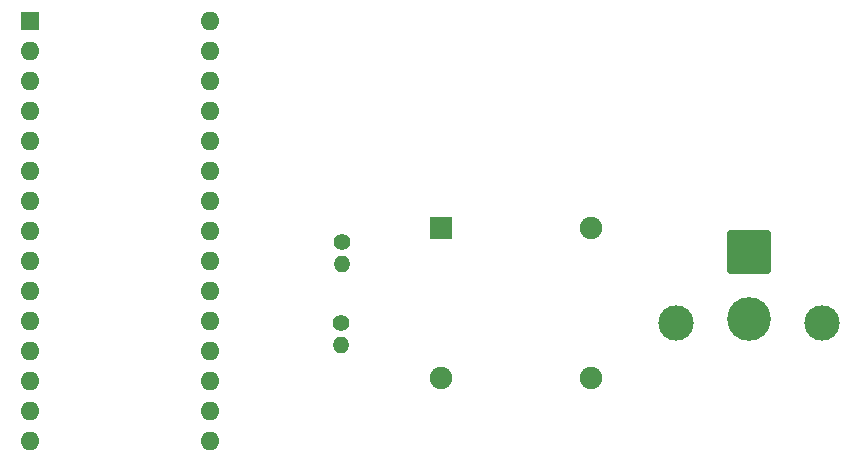
<source format=gbr>
%TF.GenerationSoftware,KiCad,Pcbnew,(6.0.0)*%
%TF.CreationDate,2022-07-31T16:11:20-05:00*%
%TF.ProjectId,FrequencySensor,46726571-7565-46e6-9379-53656e736f72,rev?*%
%TF.SameCoordinates,Original*%
%TF.FileFunction,Soldermask,Bot*%
%TF.FilePolarity,Negative*%
%FSLAX46Y46*%
G04 Gerber Fmt 4.6, Leading zero omitted, Abs format (unit mm)*
G04 Created by KiCad (PCBNEW (6.0.0)) date 2022-07-31 16:11:20*
%MOMM*%
%LPD*%
G01*
G04 APERTURE LIST*
G04 Aperture macros list*
%AMRoundRect*
0 Rectangle with rounded corners*
0 $1 Rounding radius*
0 $2 $3 $4 $5 $6 $7 $8 $9 X,Y pos of 4 corners*
0 Add a 4 corners polygon primitive as box body*
4,1,4,$2,$3,$4,$5,$6,$7,$8,$9,$2,$3,0*
0 Add four circle primitives for the rounded corners*
1,1,$1+$1,$2,$3*
1,1,$1+$1,$4,$5*
1,1,$1+$1,$6,$7*
1,1,$1+$1,$8,$9*
0 Add four rect primitives between the rounded corners*
20,1,$1+$1,$2,$3,$4,$5,0*
20,1,$1+$1,$4,$5,$6,$7,0*
20,1,$1+$1,$6,$7,$8,$9,0*
20,1,$1+$1,$8,$9,$2,$3,0*%
G04 Aperture macros list end*
%ADD10C,3.000000*%
%ADD11RoundRect,0.250002X-1.599998X-1.599998X1.599998X-1.599998X1.599998X1.599998X-1.599998X1.599998X0*%
%ADD12C,3.700000*%
%ADD13R,1.900000X1.900000*%
%ADD14C,1.900000*%
%ADD15C,1.400000*%
%ADD16O,1.400000X1.400000*%
%ADD17R,1.600000X1.600000*%
%ADD18O,1.600000X1.600000*%
G04 APERTURE END LIST*
D10*
%TO.C,J1*%
X180850000Y-93480000D03*
X193190000Y-93480000D03*
D11*
X187020000Y-87455000D03*
D12*
X187020000Y-93155000D03*
%TD*%
D13*
%TO.C,BR1*%
X160950000Y-85400000D03*
D14*
X160950000Y-98100000D03*
X173650000Y-98100000D03*
X173650000Y-85400000D03*
%TD*%
D15*
%TO.C,1k1*%
X152490000Y-93455000D03*
D16*
X152490000Y-95355000D03*
%TD*%
D15*
%TO.C,39k1*%
X152540000Y-86605000D03*
D16*
X152540000Y-88505000D03*
%TD*%
D17*
%TO.C,A1*%
X126140000Y-67870000D03*
D18*
X126140000Y-70410000D03*
X126140000Y-72950000D03*
X126140000Y-75490000D03*
X126140000Y-78030000D03*
X126140000Y-80570000D03*
X126140000Y-83110000D03*
X126140000Y-85650000D03*
X126140000Y-88190000D03*
X126140000Y-90730000D03*
X126140000Y-93270000D03*
X126140000Y-95810000D03*
X126140000Y-98350000D03*
X126140000Y-100890000D03*
X126140000Y-103430000D03*
X141380000Y-103430000D03*
X141380000Y-100890000D03*
X141380000Y-98350000D03*
X141380000Y-95810000D03*
X141380000Y-93270000D03*
X141380000Y-90730000D03*
X141380000Y-88190000D03*
X141380000Y-85650000D03*
X141380000Y-83110000D03*
X141380000Y-80570000D03*
X141380000Y-78030000D03*
X141380000Y-75490000D03*
X141380000Y-72950000D03*
X141380000Y-70410000D03*
X141380000Y-67870000D03*
%TD*%
M02*

</source>
